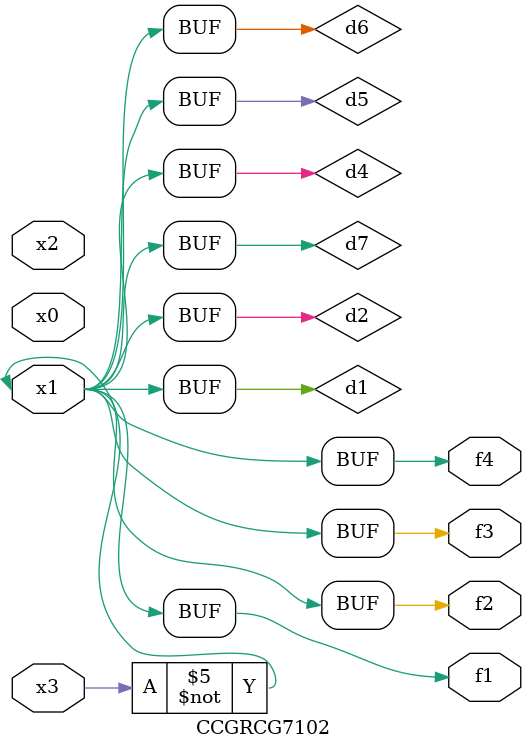
<source format=v>
module CCGRCG7102(
	input x0, x1, x2, x3,
	output f1, f2, f3, f4
);

	wire d1, d2, d3, d4, d5, d6, d7;

	not (d1, x3);
	buf (d2, x1);
	xnor (d3, d1, d2);
	nor (d4, d1);
	buf (d5, d1, d2);
	buf (d6, d4, d5);
	nand (d7, d4);
	assign f1 = d6;
	assign f2 = d7;
	assign f3 = d6;
	assign f4 = d6;
endmodule

</source>
